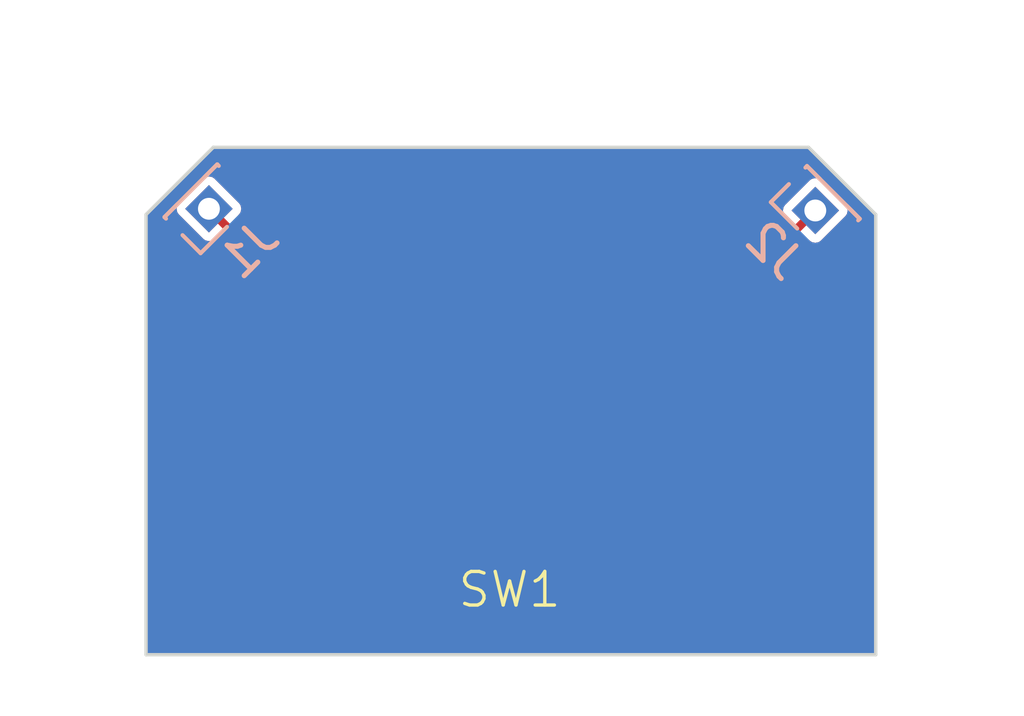
<source format=kicad_pcb>
(kicad_pcb (version 20221018) (generator pcbnew)
  (layers (0 "F.Cu" signal) (31 "B.Cu" signal) (34 "B.Paste" user) (35 "F.Paste" user) (36 "B.SilkS" user "B.Silkscreen") (37 "F.SilkS" user "F.Silkscreen") (38 "B.Mask" user) (39 "F.Mask" user) (44 "Edge.Cuts" user))
  (net 0 "")
  (net 1 "Net-(J1-Pin_1)")
  (net 2 "Net-(J2-Pin_1)")
  (footprint "hhl:progcc_bpad" (layer "F.Cu") (at 62.738822 24.644932)
    (fp_text reference "SW1" (at 0 5.2832 unlocked) (layer "F.SilkS") (effects (font (thickness 0.1))))
    (fp_text value "SW_Push")
    (pad "1" smd custom (at 0 2.794 270) (size 0.95 1.7) (layers "F.Cu") (net 2 "Net-(J2-Pin_1)") (options (clearance outline) (anchor rect)) (primitives (gr_poly (pts (arc (start -0.739 3.146309) (mid 0.588913 -1.622312) (end -3.969 -3.553263)) (arc (start -3.969 -3.553263) (mid -4.163901 -0.533431) (end -4.076247 2.491415)) (arc (start -4.076247 2.491415) (mid -3.56014 2.632291) (end -3.025575 2.611119)) (arc (start -3.025575 2.611119) (mid -2.941643 -0.309601) (end -3.139 -3.224854)) (arc (start -3.139 -3.224854) (mid -1.867999 -3.110531) (end -0.739 -2.515659)) (arc (start -0.739 -2.515659) (mid -0.941401 0.315325) (end -0.739 3.146309))) (width 0.1) (fill yes))))
    (pad "2" smd custom (at 0 -2.7432 270) (size 0.95 1.7) (layers "F.Cu") (net 1 "Net-(J1-Pin_1)") (options (clearance outline) (anchor rect)) (primitives (gr_poly (pts (arc (start 2.984775 -2.598629) (mid 2.900842 0.322091) (end 3.0982 3.237344)) (arc (start 3.0982 3.237344) (mid 1.827203 3.123011) (end 0.6982 2.528149)) (arc (start 0.6982 2.528149) (mid 0.9006 -0.302835) (end 0.6982 -3.133819)) (arc (start 0.6982 -3.133819) (mid -0.629711 1.634808) (end 3.9282 3.565754)) (arc (start 3.9282 3.565754) (mid 4.123102 0.545922) (end 4.035446 -2.478924)) (arc (start 4.035446 -2.478924) (mid 3.519343 -2.619811) (end 2.984775 -2.598629))) (width 0.1) (fill yes))))
    (zone (net 0) (net_name "") (layer "F.Cu") (name "Keepout") (connect_pads (clearance 0)) (min_thickness 0.25)
      (keepout (tracks allowed) (vias allowed) (pads allowed) (copperpour not_allowed) (footprints allowed))
      (fill (thermal_gap 0.5) (thermal_bridge_width 0.5))
      (polygon (pts (xy 66.59157 24.635098) (xy 66.571817 24.2456) (xy 66.51276 23.860099) (xy 66.415006 23.48255) (xy 66.279558 23.116828) (xy 66.107804 22.766685) (xy 65.901509 22.435715) (xy 65.662789 22.127314) (xy 65.394093 21.844646) (xy 65.098178 21.590611) (xy 64.778081 21.367818) (xy 64.437087 21.178551) (xy 64.078695 21.024752) (xy 63.706582 20.908001) (xy 63.324567 20.829495) (xy 62.936569 20.790039) (xy 62.546571 20.790039) (xy 62.158573 20.829495) (xy 61.776558 20.908001) (xy 61.404445 21.024752) (xy 61.046053 21.178551) (xy 60.705059 21.367818) (xy 60.384962 21.590611) (xy 60.089047 21.844646) (xy 59.820351 22.127314) (xy 59.581631 22.435715) (xy 59.375336 22.766685) (xy 59.203582 23.116828) (xy 59.068134 23.48255) (xy 58.97038 23.860099) (xy 58.911323 24.2456) (xy 58.89157 24.635098) (xy 58.911323 25.024596) (xy 58.97038 25.410097) (xy 59.068134 25.787646) (xy 59.203582 26.153368) (xy 59.375336 26.503511) (xy 59.581631 26.834481) (xy 59.820351 27.142882) (xy 60.089047 27.42555) (xy 60.384962 27.679585) (xy 60.705059 27.902378) (xy 61.046053 28.091645) (xy 61.404445 28.245444) (xy 61.776558 28.362195) (xy 62.158573 28.440701) (xy 62.546571 28.480157) (xy 62.936569 28.480157) (xy 63.324567 28.440701) (xy 63.706582 28.362195) (xy 64.078695 28.245444) (xy 64.437087 28.091645) (xy 64.778081 27.902378) (xy 65.098178 27.679585) (xy 65.394093 27.42555) (xy 65.662789 27.142882) (xy 65.901509 26.834481) (xy 66.107804 26.503511) (xy 66.279558 26.153368) (xy 66.415006 25.787646) (xy 66.51276 25.410097) (xy 66.571817 25.024596)))
    )
  )
  (footprint "Connector_PinHeader_1.27mm:PinHeader_1x01_P1.27mm_Vertical" (layer "B.Cu") (at 53.7972 18.5928 45)
    (fp_text reference "J1" (at 0 1.695 45) (layer "B.SilkS") (effects (justify mirror)))
    (fp_text value "Conn_01x01_Pin")
    (fp_line (start -1.11 -0.76) (end -1.11 -0.695) (stroke (width 0.12)) (layer "B.SilkS"))
    (fp_line (start -1.11 -0.76) (end -0.563471 -0.76) (stroke (width 0.12)) (layer "B.SilkS"))
    (fp_line (start -1.11 -0.76) (end 1.11 -0.76) (stroke (width 0.12)) (layer "B.SilkS"))
    (fp_line (start -1.11 0) (end -1.11 0.76) (stroke (width 0.12)) (layer "B.SilkS"))
    (fp_line (start -1.11 0.76) (end 0 0.76) (stroke (width 0.12)) (layer "B.SilkS"))
    (fp_line (start 0.563471 -0.76) (end 1.11 -0.76) (stroke (width 0.12)) (layer "B.SilkS"))
    (fp_line (start 1.11 -0.76) (end 1.11 -0.695) (stroke (width 0.12)) (layer "B.SilkS"))
    (pad "1" thru_hole rect (at 0 0 45) (size 1 1) (drill 0.65) (layers "*.Cu" "*.Mask") (net 1 "Net-(J1-Pin_1)"))
  )
  (footprint "Connector_PinHeader_1.27mm:PinHeader_1x01_P1.27mm_Vertical" (layer "B.Cu") (at 71.8312 18.6436 -45)
    (fp_text reference "J2" (at 0 1.695 135) (layer "B.SilkS") (effects (justify mirror)))
    (fp_text value "Conn_01x01_Pin")
    (fp_line (start -1.11 -0.76) (end -1.11 -0.695) (stroke (width 0.12)) (layer "B.SilkS"))
    (fp_line (start -1.11 -0.76) (end -0.563471 -0.76) (stroke (width 0.12)) (layer "B.SilkS"))
    (fp_line (start -1.11 -0.76) (end 1.11 -0.76) (stroke (width 0.12)) (layer "B.SilkS"))
    (fp_line (start -1.11 0) (end -1.11 0.76) (stroke (width 0.12)) (layer "B.SilkS"))
    (fp_line (start -1.11 0.76) (end 0 0.76) (stroke (width 0.12)) (layer "B.SilkS"))
    (fp_line (start 0.563471 -0.76) (end 1.11 -0.76) (stroke (width 0.12)) (layer "B.SilkS"))
    (fp_line (start 1.11 -0.76) (end 1.11 -0.695) (stroke (width 0.12)) (layer "B.SilkS"))
    (pad "1" thru_hole rect (at 0 0 315) (size 1 1) (drill 0.65) (layers "*.Cu" "*.Mask") (net 2 "Net-(J2-Pin_1)"))
  )
  (gr_line (start 51.928463 31.864) (end 73.628 31.864) (stroke (width 0.1)) (layer "Edge.Cuts"))
  (gr_line (start 73.628 18.764) (end 71.628 16.764) (stroke (width 0.1)) (layer "Edge.Cuts"))
  (gr_line (start 53.928463 16.764) (end 51.928463 18.764) (stroke (width 0.1)) (layer "Edge.Cuts"))
  (gr_line (start 71.628 16.764) (end 53.928463 16.764) (stroke (width 0.1)) (layer "Edge.Cuts"))
  (gr_line (start 73.628 31.864) (end 73.628 18.764) (stroke (width 0.1)) (layer "Edge.Cuts"))
  (gr_line (start 51.928463 18.764) (end 51.928463 31.864) (stroke (width 0.1)) (layer "Edge.Cuts"))
  (segment (start 62.3316 19.7612) (end 54.9656 19.7612) (width 0.25) (layer "F.Cu") (net 1))
  (segment (start 62.738822 21.901732) (end 62.738822 20.168422) (width 0.25) (layer "F.Cu") (net 1))
  (segment (start 62.738822 20.168422) (end 62.3316 19.7612) (width 0.25) (layer "F.Cu") (net 1))
  (segment (start 54.9656 19.7612) (end 53.7972 18.5928) (width 0.25) (layer "F.Cu") (net 1))
  (segment (start 70.1548 20.32) (end 71.8312 18.6436) (width 0.25) (layer "F.Cu") (net 2))
  (segment (start 62.738822 27.438932) (end 62.738822 28.550422) (width 0.25) (layer "F.Cu") (net 2))
  (segment (start 62.738822 28.550422) (end 63.246 29.0576) (width 0.25) (layer "F.Cu") (net 2))
  (segment (start 67.1576 29.0576) (end 70.1548 26.0604) (width 0.25) (layer "F.Cu") (net 2))
  (segment (start 70.1548 26.0604) (end 70.1548 20.32) (width 0.25) (layer "F.Cu") (net 2))
  (segment (start 63.246 29.0576) (end 67.1576 29.0576) (width 0.25) (layer "F.Cu") (net 2))
  (zone (net 0) (net_name "") (layers "F&B.Cu") (connect_pads (clearance 0.25)) (min_thickness 0.25) (fill yes (thermal_gap 0.5) (thermal_bridge_width 0.5) (island_removal_mode 1) (island_area_min 10))
    (polygon (pts (xy 50.292 13.4112) (xy 75.7936 13.3096) (xy 75.7428 32.7152) (xy 50.3936 32.8676)))
  )
)
</source>
